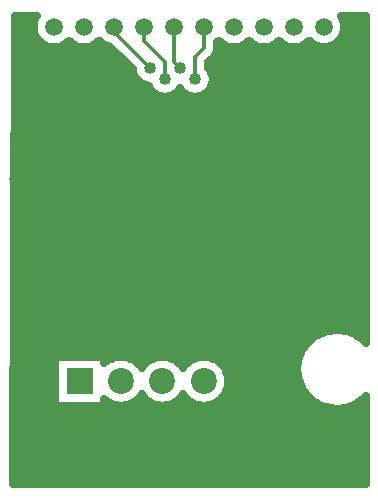
<source format=gbr>
G04 DipTrace 4.0.0.2*
G04 2 - Bottom.gbr*
%MOIN*%
G04 #@! TF.FileFunction,Copper,L2,Bot*
G04 #@! TF.Part,Single*
G04 #@! TA.AperFunction,Conductor*
%ADD16C,0.012*%
G04 #@! TA.AperFunction,CopperBalancing*
%ADD17C,0.025*%
G04 #@! TA.AperFunction,ComponentPad*
%ADD22R,0.059055X0.059055*%
%ADD23C,0.059055*%
%ADD26R,0.086614X0.086614*%
%ADD27C,0.086614*%
G04 #@! TA.AperFunction,ViaPad*
%ADD29C,0.04*%
%FSLAX26Y26*%
G04*
G70*
G90*
G75*
G01*
G04 Bottom*
%LPD*%
X1044000Y1794000D2*
D16*
Y1869000D1*
X1073916Y1898916D1*
Y1968803D1*
X973916D2*
Y1851584D1*
X994000Y1831500D1*
X944000Y1794000D2*
Y1850249D1*
X873916Y1920333D1*
Y1968803D1*
X773916D2*
Y1951584D1*
X894000Y1831500D1*
D29*
X1044000Y1794000D3*
X994000Y1831500D3*
X944000Y1794000D3*
X894000Y1831500D3*
X444000Y1462751D3*
X1100249Y1044000D3*
X968999D3*
X769000Y1047593D3*
X637751Y1041343D3*
X1194000Y1550249D3*
X446367Y1981631D2*
D17*
X504596D1*
X1543203D2*
X1610259D1*
X446260Y1956762D2*
X504451D1*
X1543348D2*
X1610259D1*
X446152Y1931894D2*
X514285D1*
X1533551D2*
X1610259D1*
X446045Y1907025D2*
X542920D1*
X604904D2*
X642929D1*
X704913D2*
X742938D1*
X1120919D2*
X1142940D1*
X1204887D2*
X1242912D1*
X1304896D2*
X1342921D1*
X1404906D2*
X1442932D1*
X1504879D2*
X1610259D1*
X445972Y1882156D2*
X777925D1*
X1117654D2*
X1610259D1*
X445865Y1857287D2*
X802793D1*
X1097738D2*
X1610259D1*
X445757Y1832419D2*
X827661D1*
X1090991D2*
X1610259D1*
X445650Y1807550D2*
X838139D1*
X1103407D2*
X1610259D1*
X445579Y1782681D2*
X859274D1*
X1103909D2*
X1610259D1*
X445471Y1757812D2*
X895554D1*
X1092462D2*
X1610259D1*
X445362Y1732944D2*
X1610259D1*
X445291Y1708075D2*
X1610259D1*
X445184Y1683206D2*
X1610259D1*
X445076Y1658337D2*
X1610259D1*
X444969Y1633469D2*
X1610259D1*
X444896Y1608600D2*
X1610259D1*
X444789Y1583731D2*
X1610259D1*
X444681Y1558862D2*
X1610259D1*
X444573Y1533993D2*
X1610259D1*
X444501Y1509125D2*
X1610259D1*
X444394Y1484256D2*
X1610259D1*
X444286Y1459387D2*
X1610259D1*
X444214Y1434518D2*
X1610259D1*
X444106Y1409650D2*
X1610259D1*
X443999Y1384781D2*
X1610259D1*
X443891Y1359912D2*
X1610259D1*
X443820Y1335043D2*
X1610259D1*
X443713Y1310175D2*
X1610259D1*
X443605Y1285306D2*
X1610259D1*
X443497Y1260437D2*
X1610259D1*
X443425Y1235568D2*
X1610259D1*
X443318Y1210699D2*
X1610259D1*
X443210Y1185831D2*
X1610259D1*
X443138Y1160962D2*
X1610259D1*
X443030Y1136093D2*
X1610259D1*
X442923Y1111224D2*
X1610259D1*
X442815Y1086356D2*
X1610259D1*
X442743Y1061487D2*
X1610259D1*
X442635Y1036618D2*
X1610259D1*
X442528Y1011749D2*
X1610259D1*
X442420Y986881D2*
X1610259D1*
X442349Y962012D2*
X1610259D1*
X442241Y937143D2*
X1442500D1*
X1589566D2*
X1610259D1*
X442134Y912274D2*
X1414045D1*
X442062Y887406D2*
X1397251D1*
X441954Y862537D2*
X575430D1*
X744063D2*
X761993D1*
X833092D2*
X899789D1*
X970887D2*
X1037584D1*
X1108682D2*
X1387419D1*
X441846Y837668D2*
X575430D1*
X1140404D2*
X1382969D1*
X441739Y812799D2*
X575430D1*
X1153501D2*
X1383328D1*
X441667Y787930D2*
X575430D1*
X1157449D2*
X1388530D1*
X441559Y763062D2*
X575430D1*
X1153644D2*
X1399260D1*
X441451Y738193D2*
X575430D1*
X1140762D2*
X1417310D1*
X441344Y713324D2*
X575430D1*
X744063D2*
X760988D1*
X834096D2*
X898783D1*
X971891D2*
X1036579D1*
X1109686D2*
X1448564D1*
X1583538D2*
X1610259D1*
X441272Y688455D2*
X1610259D1*
X441164Y663587D2*
X1610259D1*
X441056Y638718D2*
X1610259D1*
X440986Y613849D2*
X1610259D1*
X440878Y588980D2*
X1610259D1*
X440769Y564112D2*
X1610259D1*
X440661Y539243D2*
X1610259D1*
X440591Y514374D2*
X1610259D1*
X440483Y489505D2*
X1610259D1*
X440375Y464636D2*
X1610259D1*
X623874Y1922707D2*
X618096Y1917075D1*
X609461Y1910801D1*
X599949Y1905954D1*
X589797Y1902655D1*
X579253Y1900986D1*
X568579D1*
X558035Y1902655D1*
X547883Y1905954D1*
X538371Y1910801D1*
X529736Y1917075D1*
X522188Y1924623D1*
X515913Y1933259D1*
X511067Y1942770D1*
X507768Y1952923D1*
X506098Y1963466D1*
Y1974140D1*
X507768Y1984684D1*
X511067Y1994836D1*
X515913Y2004348D1*
X517362Y2006516D1*
X443983Y2006500D1*
X437799Y444033D1*
X1612741Y444000D1*
X1612751Y738714D1*
X1603344Y729391D1*
X1596285Y723514D1*
X1588832Y718147D1*
X1581022Y713315D1*
X1572891Y709042D1*
X1564483Y705349D1*
X1555835Y702255D1*
X1546992Y699774D1*
X1537996Y697919D1*
X1528894Y696698D1*
X1519727Y696118D1*
X1510543Y696182D1*
X1501386Y696890D1*
X1492301Y698238D1*
X1483332Y700218D1*
X1474525Y702822D1*
X1465921Y706035D1*
X1457564Y709845D1*
X1449495Y714231D1*
X1441752Y719172D1*
X1434374Y724642D1*
X1427399Y730617D1*
X1420858Y737064D1*
X1414786Y743955D1*
X1409211Y751255D1*
X1404161Y758927D1*
X1399663Y766933D1*
X1395735Y775235D1*
X1392399Y783793D1*
X1389671Y792563D1*
X1387563Y801501D1*
X1386087Y810567D1*
X1385251Y819713D1*
X1385056Y828895D1*
X1385505Y838070D1*
X1386597Y847189D1*
X1388325Y856209D1*
X1390680Y865087D1*
X1393652Y873777D1*
X1397226Y882238D1*
X1401382Y890428D1*
X1406104Y898306D1*
X1411365Y905833D1*
X1417140Y912975D1*
X1423403Y919694D1*
X1430119Y925957D1*
X1437260Y931735D1*
X1444786Y936997D1*
X1452664Y941720D1*
X1460852Y945879D1*
X1469312Y949455D1*
X1478003Y952429D1*
X1486879Y954786D1*
X1495899Y956516D1*
X1505018Y957610D1*
X1514192Y958062D1*
X1523374Y957870D1*
X1532520Y957035D1*
X1541585Y955562D1*
X1550526Y953457D1*
X1559297Y950730D1*
X1567854Y947396D1*
X1576157Y943470D1*
X1584165Y938972D1*
X1591839Y933925D1*
X1599139Y928352D1*
X1606030Y922281D1*
X1612738Y915442D1*
X1612751Y2006501D1*
X1530556Y2006500D1*
X1534520Y1999688D1*
X1538605Y1989825D1*
X1541097Y1979445D1*
X1541934Y1968803D1*
X1541097Y1958161D1*
X1538605Y1947781D1*
X1534520Y1937919D1*
X1528942Y1928818D1*
X1522009Y1920701D1*
X1513892Y1913768D1*
X1504791Y1908190D1*
X1494929Y1904105D1*
X1484549Y1901613D1*
X1473907Y1900776D1*
X1463265Y1901613D1*
X1452885Y1904105D1*
X1443022Y1908190D1*
X1433921Y1913768D1*
X1425804Y1920701D1*
X1423949Y1922707D1*
X1418087Y1917075D1*
X1409451Y1910801D1*
X1399940Y1905954D1*
X1389787Y1902655D1*
X1379244Y1900986D1*
X1368570D1*
X1358026Y1902655D1*
X1347874Y1905954D1*
X1338362Y1910801D1*
X1329727Y1917075D1*
X1323949Y1922707D1*
X1318087Y1917075D1*
X1309451Y1910801D1*
X1299940Y1905954D1*
X1289787Y1902655D1*
X1279244Y1900986D1*
X1268570D1*
X1258026Y1902655D1*
X1247874Y1905954D1*
X1238362Y1910801D1*
X1229727Y1917075D1*
X1223949Y1922707D1*
X1218096Y1917075D1*
X1209461Y1910801D1*
X1199949Y1905954D1*
X1189797Y1902655D1*
X1179253Y1900986D1*
X1168579D1*
X1158035Y1902655D1*
X1147883Y1905954D1*
X1138371Y1910801D1*
X1129736Y1917075D1*
X1123958Y1922707D1*
X1118419Y1917371D1*
X1118278Y1895425D1*
X1117186Y1888528D1*
X1115029Y1881887D1*
X1111858Y1875665D1*
X1107755Y1870016D1*
X1088496Y1850563D1*
X1088500Y1831958D1*
X1093879Y1824566D1*
X1098047Y1816387D1*
X1100883Y1807656D1*
X1102320Y1798589D1*
Y1789411D1*
X1100883Y1780344D1*
X1098047Y1771613D1*
X1093879Y1763434D1*
X1088484Y1756008D1*
X1081992Y1749516D1*
X1074566Y1744121D1*
X1066387Y1739953D1*
X1057656Y1737117D1*
X1048589Y1735680D1*
X1039411D1*
X1030344Y1737117D1*
X1021613Y1739953D1*
X1013434Y1744121D1*
X1006008Y1749516D1*
X999516Y1756008D1*
X994007Y1763638D1*
X988484Y1756008D1*
X981992Y1749516D1*
X974566Y1744121D1*
X966387Y1739953D1*
X957656Y1737117D1*
X948589Y1735680D1*
X939411D1*
X930344Y1737117D1*
X921613Y1739953D1*
X913434Y1744121D1*
X906008Y1749516D1*
X899516Y1756008D1*
X894121Y1763434D1*
X889953Y1771613D1*
X889375Y1773178D1*
X880344Y1774617D1*
X871613Y1777453D1*
X863434Y1781621D1*
X856008Y1787016D1*
X849516Y1793508D1*
X844121Y1800934D1*
X839953Y1809113D1*
X837117Y1817844D1*
X835682Y1826892D1*
X760430Y1902136D1*
X752894Y1904105D1*
X743031Y1908190D1*
X733930Y1913768D1*
X725814Y1920701D1*
X723958Y1922707D1*
X718096Y1917075D1*
X709461Y1910801D1*
X699949Y1905954D1*
X689797Y1902655D1*
X679253Y1900986D1*
X668579D1*
X658035Y1902655D1*
X647883Y1905954D1*
X638371Y1910801D1*
X629736Y1917075D1*
X623958Y1922707D1*
X587127Y869508D2*
X741555D1*
Y847367D1*
X749458Y853885D1*
X754799Y857453D1*
X760404Y860592D1*
X766238Y863281D1*
X772264Y865504D1*
X778446Y867248D1*
X784745Y868501D1*
X791125Y869256D1*
X797543Y869508D1*
X803962Y869256D1*
X810341Y868501D1*
X816640Y867248D1*
X822823Y865504D1*
X828849Y863281D1*
X834682Y860592D1*
X840287Y857453D1*
X845629Y853885D1*
X850673Y849907D1*
X855390Y845547D1*
X859749Y840831D1*
X866417Y831760D1*
X873133Y840831D1*
X877492Y845547D1*
X882209Y849907D1*
X887253Y853885D1*
X892594Y857453D1*
X898199Y860592D1*
X904033Y863281D1*
X910059Y865504D1*
X916241Y867248D1*
X922541Y868501D1*
X928920Y869256D1*
X935339Y869508D1*
X941757Y869256D1*
X948136Y868501D1*
X954436Y867248D1*
X960618Y865504D1*
X966644Y863281D1*
X972478Y860592D1*
X978083Y857453D1*
X983424Y853885D1*
X988469Y849907D1*
X993185Y845547D1*
X997545Y840831D1*
X1004213Y831760D1*
X1010928Y840831D1*
X1015287Y845547D1*
X1020004Y849907D1*
X1025049Y853885D1*
X1030390Y857453D1*
X1035995Y860592D1*
X1041828Y863281D1*
X1047854Y865504D1*
X1054037Y867248D1*
X1060336Y868501D1*
X1066715Y869256D1*
X1073134Y869508D1*
X1079552Y869256D1*
X1085932Y868501D1*
X1092231Y867248D1*
X1098413Y865504D1*
X1104440Y863281D1*
X1110273Y860592D1*
X1115878Y857453D1*
X1121219Y853885D1*
X1126264Y849907D1*
X1130980Y845547D1*
X1135340Y840831D1*
X1139318Y835786D1*
X1142886Y830445D1*
X1146025Y824840D1*
X1148714Y819007D1*
X1150937Y812980D1*
X1152681Y806798D1*
X1153934Y800499D1*
X1154689Y794119D1*
X1154941Y787701D1*
X1154689Y781282D1*
X1153934Y774903D1*
X1152681Y768604D1*
X1150937Y762421D1*
X1148714Y756395D1*
X1146025Y750562D1*
X1142886Y744957D1*
X1139318Y739615D1*
X1135340Y734571D1*
X1130980Y729854D1*
X1126264Y725495D1*
X1121219Y721517D1*
X1115878Y717949D1*
X1110273Y714810D1*
X1104440Y712121D1*
X1098413Y709898D1*
X1092231Y708154D1*
X1085932Y706900D1*
X1079552Y706146D1*
X1073134Y705894D1*
X1066715Y706146D1*
X1060336Y706900D1*
X1054037Y708154D1*
X1047854Y709898D1*
X1041828Y712121D1*
X1035995Y714810D1*
X1030390Y717949D1*
X1025049Y721517D1*
X1020004Y725495D1*
X1015287Y729854D1*
X1010928Y734571D1*
X1004260Y743642D1*
X997545Y734571D1*
X993185Y729854D1*
X988469Y725495D1*
X983424Y721517D1*
X978083Y717949D1*
X972478Y714810D1*
X966644Y712121D1*
X960618Y709898D1*
X954436Y708154D1*
X948136Y706900D1*
X941757Y706146D1*
X935339Y705894D1*
X928920Y706146D1*
X922541Y706900D1*
X916241Y708154D1*
X910059Y709898D1*
X904033Y712121D1*
X898199Y714810D1*
X892594Y717949D1*
X887253Y721517D1*
X882209Y725495D1*
X877492Y729854D1*
X873133Y734571D1*
X866465Y743642D1*
X859749Y734571D1*
X855390Y729854D1*
X850673Y725495D1*
X845629Y721517D1*
X840287Y717949D1*
X834682Y714810D1*
X828849Y712121D1*
X822823Y709898D1*
X816640Y708154D1*
X810341Y706900D1*
X803962Y706146D1*
X797543Y705894D1*
X791125Y706146D1*
X784745Y706900D1*
X778446Y708154D1*
X772264Y709898D1*
X766238Y712121D1*
X760404Y714810D1*
X754799Y717949D1*
X749458Y721517D1*
X741558Y728134D1*
X741555Y705894D1*
X577941D1*
Y869508D1*
X587127D1*
D22*
X473916Y1968803D3*
D23*
X573916D3*
X673916D3*
X773916D3*
X873916D3*
X973916D3*
X1073916D3*
X1173916D3*
X1273907D3*
X1373907D3*
X1473907D3*
X1573907D3*
D26*
X659748Y787701D3*
D27*
X797543D3*
X935339D3*
X1073134D3*
X1210929D3*
M02*

</source>
